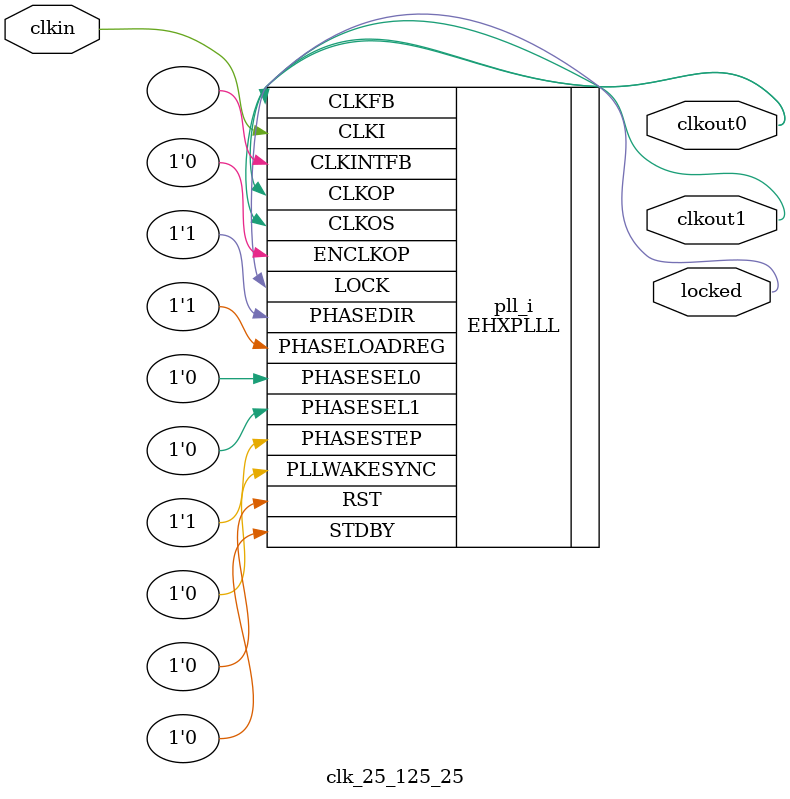
<source format=v>
module top
(
	input wire btn,
	// output wire[7:0] led,
	inout [3:0] gpdi_in,
	inout [3:0] gpdi_out,
	inout [3:0] gpdi_out_secondary,
);

// gpdi_out[1] is inverted
// gpdi_out[2] is inverted
// gpdi_out[3] is inverted
// gpdi_in[0] is inverted
// gpdi_in[3] is inverted
// assign gpdi_out[2:0] = {~gpdi_in[2], ~gpdi_in[1], ~gpdi_in[0]};
// assign gpdi_out[2:0] = {~gpdi_in[2], btn ^ gpdi_in[1], gpdi_in[0]};
// assign gpdi_out[2:0] = {~gpdi_in[2], blink[25] ^ gpdi_in[1], gpdi_in[0]};
// assign gpdi_out_secondary[2:0] = {gpdi_in[2], gpdi_in[1], ~gpdi_in[0]};

wire [3:0] gpdi_in_fixed =  {~gpdi_in[3], gpdi_in[2], gpdi_in[1], ~gpdi_in[0]};
wire [2:0] gpdi_out_fixed;
assign gpdi_out[2:0] = {~gpdi_out_fixed[2], ~gpdi_out_fixed[1], ~gpdi_out_fixed[0]};


OLVDS OLVDS_clock1 (.A(clk_25MHz), .Z(gpdi_out[3]));
OLVDS OLVDS_clock2 (.A(clk_25MHz), .Z(gpdi_out_secondary[3]));

// // clock generator
wire locked;
wire clk_250MHz;
wire clk_25MHz;
clk_25_250_25
// clk_25_125_25
clock_instance
(
  .locked(locked),
	.clkin(gpdi_in_fixed[3]),
	.clkout0(clk_250MHz),
	.clkout1(clk_25MHz)
);

// reg [26:0] blink;
// always @(posedge clk_250MHz)
//   blink <= blink+1;
// assign led = locked ? blink[25:25-7] : 0;


reg [9:0] shift_r,   shift_r_r = 0;
reg [9:0] shift_g,   shift_g_r = 0;
reg [9:0] shift_b,   shift_b_r = 0;
reg [9:0] shift_clk, shift_clk_r = 0;
always @(posedge clk_250MHz) begin
  shift_r   <= {shift_r[8:0],   gpdi_in_fixed[2]};
  shift_g   <= {shift_g[8:0],   gpdi_in_fixed[1]};
  shift_b   <= {shift_b[8:0],   gpdi_in_fixed[0]};
  shift_clk <= {shift_clk[8:0], clk_25MHz};
  if ((shift_clk[1] == 0) & (shift_clk[0] == 1)) begin
    // clk_25MHz rises
    shift_b_r <= shift_b;
  end
end

assign gpdi_out_fixed = {shift_r[0], shift_g[0], ~shift_b[0]};
assign gpdi_out_secondary[2:0] = {shift_r[0], shift_g[0], shift_b[0]};

// assign led = shift_b_r[7:0];


endmodule

module clk_25_250_25
(
    input clkin, // 25 MHz, 0 deg
    output clkout0, // 250 MHz, 0 deg
    output clkout1, // 25 MHz, 0 deg
    output locked
);
(* FREQUENCY_PIN_CLKI="25" *)
(* FREQUENCY_PIN_CLKOP="250" *)
(* FREQUENCY_PIN_CLKOS="25" *)
(* ICP_CURRENT="12" *) (* LPF_RESISTOR="8" *) (* MFG_ENABLE_FILTEROPAMP="1" *) (* MFG_GMCREF_SEL="2" *)
EHXPLLL #(
        .PLLRST_ENA("DISABLED"),
        .INTFB_WAKE("DISABLED"),
        .STDBY_ENABLE("DISABLED"),
        .DPHASE_SOURCE("DISABLED"),
        .OUTDIVIDER_MUXA("DIVA"),
        .OUTDIVIDER_MUXB("DIVB"),
        .OUTDIVIDER_MUXC("DIVC"),
        .OUTDIVIDER_MUXD("DIVD"),
        .CLKI_DIV(1),
        .CLKOP_ENABLE("ENABLED"),
        .CLKOP_DIV(2),
        .CLKOP_CPHASE(0),
        .CLKOP_FPHASE(0),
        .CLKOS_ENABLE("ENABLED"),
        .CLKOS_DIV(20),
        .CLKOS_CPHASE(0),
        .CLKOS_FPHASE(10),
        .FEEDBK_PATH("CLKOP"),
        .CLKFB_DIV(10)
    ) pll_i (
        .RST(1'b0),
        .STDBY(1'b0),
        .CLKI(clkin),
        .CLKOP(clkout0),
        .CLKOS(clkout1),
        .CLKFB(clkout0),
        .CLKINTFB(),
        .PHASESEL0(1'b0),
        .PHASESEL1(1'b0),
        .PHASEDIR(1'b1),
        .PHASESTEP(1'b1),
        .PHASELOADREG(1'b1),
        .PLLWAKESYNC(1'b0),
        .ENCLKOP(1'b0),
        .LOCK(locked)
	);
endmodule

module clk_25_125_25
(
    input clkin, // 25 MHz, 0 deg
    output clkout0, // 125 MHz, 0 deg
    output clkout1, // 25 MHz, 0 deg
    output locked
);
(* FREQUENCY_PIN_CLKI="25" *)
(* FREQUENCY_PIN_CLKOP="125" *)
(* FREQUENCY_PIN_CLKOS="25" *)
(* ICP_CURRENT="12" *) (* LPF_RESISTOR="8" *) (* MFG_ENABLE_FILTEROPAMP="1" *) (* MFG_GMCREF_SEL="2" *)
EHXPLLL #(
        .PLLRST_ENA("DISABLED"),
        .INTFB_WAKE("DISABLED"),
        .STDBY_ENABLE("DISABLED"),
        .DPHASE_SOURCE("DISABLED"),
        .OUTDIVIDER_MUXA("DIVA"),
        .OUTDIVIDER_MUXB("DIVB"),
        .OUTDIVIDER_MUXC("DIVC"),
        .OUTDIVIDER_MUXD("DIVD"),
        .CLKI_DIV(1),
        .CLKOP_ENABLE("ENABLED"),
        .CLKOP_DIV(5),
        .CLKOP_CPHASE(2),
        .CLKOP_FPHASE(0),
        .CLKOS_ENABLE("ENABLED"),
        .CLKOS_DIV(25),
        .CLKOS_CPHASE(2),
        .CLKOS_FPHASE(0),
        .FEEDBK_PATH("CLKOP"),
        .CLKFB_DIV(5)
    ) pll_i (
        .RST(1'b0),
        .STDBY(1'b0),
        .CLKI(clkin),
        .CLKOP(clkout0),
        .CLKOS(clkout1),
        .CLKFB(clkout0),
        .CLKINTFB(),
        .PHASESEL0(1'b0),
        .PHASESEL1(1'b0),
        .PHASEDIR(1'b1),
        .PHASESTEP(1'b1),
        .PHASELOADREG(1'b1),
        .PLLWAKESYNC(1'b0),
        .ENCLKOP(1'b0),
        .LOCK(locked)
	);
endmodule

</source>
